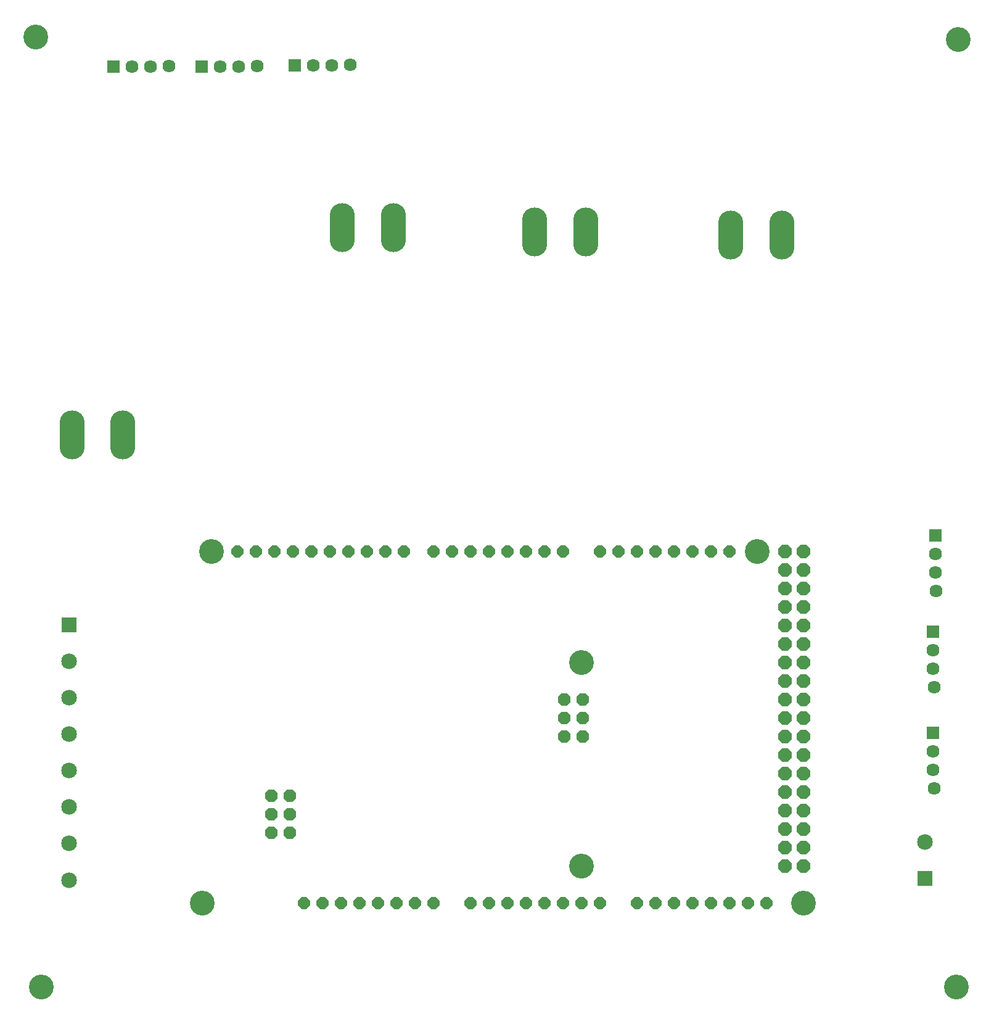
<source format=gbs>
G04*
G04 #@! TF.GenerationSoftware,Altium Limited,Altium Designer,21.7.2 (23)*
G04*
G04 Layer_Color=16711935*
%FSLAX25Y25*%
%MOIN*%
G70*
G04*
G04 #@! TF.SameCoordinates,C79372BE-A85D-4624-A7F0-99D61F2BA69B*
G04*
G04*
G04 #@! TF.FilePolarity,Negative*
G04*
G01*
G75*
%ADD26C,0.13398*%
%ADD27C,0.08477*%
%ADD28R,0.08477X0.08477*%
%ADD29P,0.06927X8X112.5*%
%ADD30C,0.07060*%
%ADD31R,0.07060X0.07060*%
%ADD32O,0.13635X0.26469*%
%ADD33P,0.08010X8X292.5*%
%ADD34R,0.07060X0.07060*%
%ADD35C,0.13398*%
%ADD36P,0.07471X8X112.5*%
D26*
X74000Y18500D02*
D03*
X568500D02*
D03*
X569500Y530500D02*
D03*
X71000Y532000D02*
D03*
D27*
X89000Y76445D02*
D03*
Y96130D02*
D03*
Y115815D02*
D03*
Y135500D02*
D03*
Y155185D02*
D03*
Y174870D02*
D03*
Y194555D02*
D03*
X551500Y96842D02*
D03*
D28*
X89000Y214240D02*
D03*
X551500Y77157D02*
D03*
D29*
X266000Y64000D02*
D03*
X276000D02*
D03*
X256000D02*
D03*
X456000D02*
D03*
X466000D02*
D03*
X356000Y254000D02*
D03*
X386000D02*
D03*
X346000D02*
D03*
X376000D02*
D03*
X446000Y64000D02*
D03*
X436000D02*
D03*
X426000D02*
D03*
X416000D02*
D03*
X406000D02*
D03*
X396000D02*
D03*
X376000D02*
D03*
X366000D02*
D03*
X356000D02*
D03*
X346000D02*
D03*
X336000D02*
D03*
X326000D02*
D03*
X316000D02*
D03*
X306000D02*
D03*
X446000Y254000D02*
D03*
X436000D02*
D03*
X426000D02*
D03*
X416000D02*
D03*
X406000D02*
D03*
X396000D02*
D03*
X286000Y64000D02*
D03*
X246000D02*
D03*
X236000D02*
D03*
X226000D02*
D03*
X216000D02*
D03*
X286000Y254000D02*
D03*
X296000D02*
D03*
X306000D02*
D03*
X316000D02*
D03*
X326000D02*
D03*
X336000D02*
D03*
X180000D02*
D03*
X190000D02*
D03*
X200000D02*
D03*
X210000D02*
D03*
X220000D02*
D03*
X230000D02*
D03*
X240000D02*
D03*
X250000D02*
D03*
X260000D02*
D03*
X270000D02*
D03*
D30*
X241000Y516894D02*
D03*
X231000Y516500D02*
D03*
X221000D02*
D03*
X170500Y516000D02*
D03*
X180500D02*
D03*
X190500Y516394D02*
D03*
X123000Y516000D02*
D03*
X133000D02*
D03*
X143000Y516394D02*
D03*
X556394Y126000D02*
D03*
X556000Y136000D02*
D03*
Y146000D02*
D03*
X557500Y232500D02*
D03*
X557106Y242500D02*
D03*
Y252500D02*
D03*
X556394Y180500D02*
D03*
X556000Y190500D02*
D03*
Y200500D02*
D03*
D31*
X211000Y516500D02*
D03*
X160500Y516000D02*
D03*
X113000D02*
D03*
D32*
X118000Y317000D02*
D03*
X90441D02*
D03*
X340500Y426500D02*
D03*
X368059D02*
D03*
X446500Y425000D02*
D03*
X474059D02*
D03*
X236500Y429000D02*
D03*
X264059D02*
D03*
D33*
X486000Y144000D02*
D03*
Y134000D02*
D03*
Y124000D02*
D03*
Y114000D02*
D03*
Y164000D02*
D03*
Y184000D02*
D03*
Y154000D02*
D03*
Y174000D02*
D03*
Y194000D02*
D03*
X476000Y84000D02*
D03*
Y94000D02*
D03*
Y104000D02*
D03*
Y114000D02*
D03*
Y124000D02*
D03*
Y134000D02*
D03*
Y144000D02*
D03*
Y154000D02*
D03*
Y164000D02*
D03*
Y174000D02*
D03*
Y184000D02*
D03*
Y194000D02*
D03*
Y204000D02*
D03*
Y214000D02*
D03*
Y224000D02*
D03*
Y234000D02*
D03*
Y244000D02*
D03*
Y254000D02*
D03*
X486000Y104000D02*
D03*
Y254000D02*
D03*
Y244000D02*
D03*
Y234000D02*
D03*
Y224000D02*
D03*
Y214000D02*
D03*
Y204000D02*
D03*
Y94000D02*
D03*
Y84000D02*
D03*
D34*
X556000Y156000D02*
D03*
X557106Y262500D02*
D03*
X556000Y210500D02*
D03*
D35*
X366000Y84000D02*
D03*
Y194000D02*
D03*
X161000Y64000D02*
D03*
X461000Y254000D02*
D03*
X166000D02*
D03*
X486000Y64000D02*
D03*
D36*
X198200Y122000D02*
D03*
X208200D02*
D03*
X198200Y112000D02*
D03*
X208200D02*
D03*
X198200Y102000D02*
D03*
X208200D02*
D03*
X366500Y154000D02*
D03*
X356500D02*
D03*
X366500Y164000D02*
D03*
X356500D02*
D03*
X366500Y174000D02*
D03*
X356500D02*
D03*
M02*

</source>
